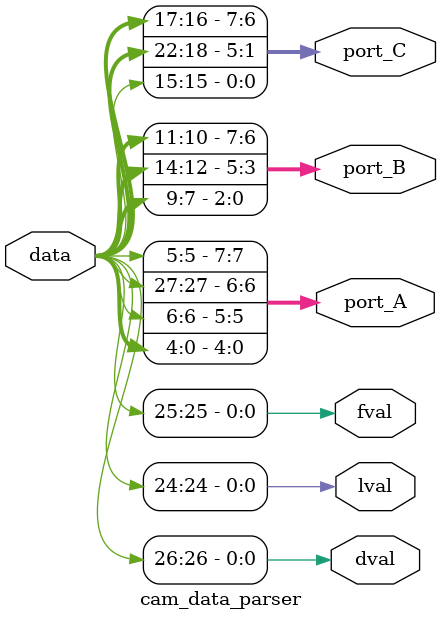
<source format=v>
module cam_in_axi4s #
(
    parameter DATA_WIDTH = 24,
    parameter KEEP_WIDTH = ((DATA_WIDTH+7)/8),
    parameter USER_WIDTH = 1
)
(
    /*
     * CameraLink input
     */
    input wire                    cam_clk,
    input wire [27:0]             cam_data_in,
    
    
    /*
     * AXI output
     */
    input  wire                   aclk,
    //input  wire                   aclken,
    input  wire                   aresetn,
    output wire [DATA_WIDTH-1:0]  m_axis_tdata,
    output wire [KEEP_WIDTH-1:0]  m_axis_tkeep,
    output wire                   m_axis_tvalid,
    input  wire                   m_axis_tready,
    output wire                   m_axis_tlast,
    output wire [USER_WIDTH-1:0]  m_axis_tuser,
    
    /*
     * Diagnostics
     */
     output wire                  overflow,
     output wire                  underflow
);
   
    // Reset variables
    wire        rst = ~aresetn;
    reg         rst_busy = 0;
    reg         axis_wait_newframe = 0;
    

  
    // ================================================
    // Input parsing
    // ================================================   
    wire        parsed_dval;
    wire        parsed_lval;   
    wire        parsed_fval; 
    wire [7:0]  parsed_port_A;
    wire [7:0]  parsed_port_B;
    wire [7:0]  parsed_port_C;
    
    // Parser instantiation
    cam_data_parser cam_data_parser_inst(
        .data(cam_data_in),
        .dval(parsed_dval),
        .lval(parsed_lval),
        .fval(parsed_fval),
        .port_A(parsed_port_A),
        .port_B(parsed_port_B),
        .port_C(parsed_port_C)
    );
   
    // ================================================
    // Timing signal extraction
    // ================================================  
    reg         ibuf_dval;
    reg         ibuf_lval;
    reg         ibuf_fval;
    reg  [7:0]  ibuf_port_A;
    reg  [7:0]  ibuf_port_B;
    reg  [7:0]  ibuf_port_C;
    
    reg         iibuf_dval;
    reg         iibuf_lval;
    reg         iibuf_fval;
    reg  [7:0]  iibuf_port_A;
    reg  [7:0]  iibuf_port_B;
    reg  [7:0]  iibuf_port_C;
    
    reg         SoL;
    wire        EoL;
    wire        SoF;  // ***** REDUNDANT VARIABLE *****
    reg         frame_ready = 0;
    
    
    // EoL detection
    assign EoL = iibuf_dval & ~ibuf_dval;
    
    always @ (posedge cam_clk) begin
        // SoL detection
        SoL <= ~iibuf_lval & ibuf_lval;
        // Frame ready detection (FVAL posedge,  SR latched)
        frame_ready <= (~iibuf_fval & ibuf_fval) + (~SoL & frame_ready);
    end
    
    // ***** REDUNDANT VARIABLE *****
    // SoF detection (frame_ready and DVAL posedge)
    assign SoF = frame_ready & SoL;
    
    always @ (posedge cam_clk) begin
        ibuf_dval <= parsed_dval;
        ibuf_lval <= parsed_lval;
        ibuf_fval <= parsed_fval;
        ibuf_port_A <= parsed_port_A;
        ibuf_port_B <= parsed_port_B;
        ibuf_port_C <= parsed_port_C;
        
        iibuf_dval <= ibuf_dval;
        iibuf_lval <= ibuf_lval;
        iibuf_fval <= ibuf_fval;
        iibuf_port_A <= ibuf_port_A;
        iibuf_port_B <= ibuf_port_B;
        iibuf_port_C <= ibuf_port_C;
    end
    
  
  
   
    // ================================================
    // FIFO Connections
    // ================================================
    
    // Write-side
    wire [35:0]     fifo_in;
    wire            fifo_wren;
    wire            fifo_wrrstbusy;
    wire            fifo_full;
    
    assign fifo_in[7:0]   = iibuf_port_A;
    assign fifo_in[15:8]  = iibuf_port_B;
    assign fifo_in[23:16] = iibuf_port_C;
    assign fifo_in[24]    = iibuf_dval;
    assign fifo_in[25]    = EoL;
    assign fifo_in[26]    = frame_ready;
    assign fifo_in[35:27] = 8'b0;
    
    assign fifo_wren = ~rst_busy & ~fifo_full; 
    assign overflow = fifo_full;
    
    // Read-side
    wire [35:0]     fifo_out;
    wire            fifo_rden;
    wire            fifo_rdrstbusy;
    wire            fifo_empty;
    
    assign fifo_rden = ~rst_busy & ~fifo_empty & m_axis_tready;
    assign underflow = fifo_empty;
    
    // FIFO instantiation
    FIFO36E2 #(
       .CLOCK_DOMAINS("INDEPENDENT"),     // COMMON, INDEPENDENT
       .FIRST_WORD_FALL_THROUGH("FALSE"), // FALSE, TRUE
       .RDCOUNT_TYPE("RAW_PNTR"),         // EXTENDED_DATACOUNT, RAW_PNTR, SIMPLE_DATACOUNT, SYNC_PNTR
       .READ_WIDTH(72),                    // 18-9
       .REGISTER_MODE("UNREGISTERED"),    // DO_PIPELINED, REGISTERED, UNREGISTERED
       .RSTREG_PRIORITY("RSTREG"),        // REGCE, RSTREG
       .WRCOUNT_TYPE("RAW_PNTR"),         // EXTENDED_DATACOUNT, RAW_PNTR, SIMPLE_DATACOUNT, SYNC_PNTR
       .WRITE_WIDTH(72)                  // 18-9
    )
    FIFO36E2_inst (
       .RST(rst),                     // 1-bit input: Reset
        // Status outputs: Flags and other FIFO status outputs
       .EMPTY(fifo_empty),            // 1-bit output: Empty
       .FULL(fifo_full),              // 1-bit output: Full
       .RDCOUNT(RDCOUNT),             // 14-bit output: Read count
       .WRCOUNT(WRCOUNT),             // 14-bit output: Write count
       .RDRSTBUSY(fifo_rdrstbusy),         // 1-bit output: Reset busy (sync to RDCLK)
       .WRRSTBUSY(fifo_wrrstbusy),         // 1-bit output: Reset busy (sync to WRCLK)
       .WRERR(WRERR),                 // 1-bit output: Write Error
        
       // Read Control Signals inputs: Read clock, enable and reset input signals
       .RDCLK(aclk),                  // 1-bit input: Read clock
       .RDEN(fifo_rden),              // 1-bit input: Read enable
       // Read Data outputs: Read output data
       .DOUT(fifo_out),               // 64-bit output: FIFO data output bus
       
       // Write Control Signals inputs: Write clock and enable input signals
       .WRCLK(cam_clk),               // 1-axis_clkbit input: Write clock
       .WREN(fifo_wren),              // 1-bit input: Write enable
       // Write Data inputs: Write input data
       .DIN(fifo_in)                  // 64-bit input: FIFO data input bus
    );   
     
     

    
    // ================================================
    // AXIS Preperation
    // ================================================
    
    reg [DATA_WIDTH-1:0]  obuf_tdata;
    reg                   obuf_tvalid;
    reg                   obuf_tlast;
    reg                   obuf_tuser;
    
    assign m_axis_tdata[23:0] = obuf_tdata[23:0];
    assign m_axis_tvalid      = obuf_tvalid;
    assign m_axis_tlast       = obuf_tlast;
    assign m_axis_tuser       = obuf_tuser;
    
    always @ (posedge aclk) begin
        obuf_tuser = fifo_out[26];
        obuf_tvalid = (axis_wait_newframe) ? 1'b0 : fifo_out[24];
        obuf_tlast  = (axis_wait_newframe) ? 1'b0 : fifo_out[25];
        if (fifo_out[24] == 0 || axis_wait_newframe) begin
            obuf_tdata[23:0] = 24'b0; 
        end
        else begin
            //AXIS pixel data arrangment is R-B-G
            obuf_tdata[23:16] = fifo_out[23:16];
            obuf_tdata[15:8] = fifo_out[7:0];
            obuf_tdata[7:0] = fifo_out[15:8];    
        end

    end
    
    
    // ================================================
    // Reset subprocess
    // ================================================
    always @ (posedge aclk) begin
        rst_busy <= rst | (~(~fifo_wrrstbusy & ~fifo_wrrstbusy) & rst_busy);
        axis_wait_newframe <= rst | (~(obuf_tuser) & axis_wait_newframe);
    end    
    
endmodule




module cam_data_parser
(
    input  wire [27:0]            data,
    
    output wire                   dval,
    output wire                   lval,
    output wire                   fval,
    output wire [7:0]             port_A,
    output wire [7:0]             port_B,
    output wire [7:0]             port_C
);

    assign dval = data[26];
    assign lval = data[24];
    assign fval = data[25];
    
    assign port_A[0] = data[0];
    assign port_A[1] = data[1];
    assign port_A[2] = data[2];
    assign port_A[3] = data[3];
    assign port_A[4] = data[4];
    assign port_A[5] = data[6];
    assign port_A[6] = data[27];
    assign port_A[7] = data[5];
    
    assign port_B[0] = data[7];
    assign port_B[1] = data[8];
    assign port_B[2] = data[9];
    assign port_B[3] = data[12];
    assign port_B[4] = data[13];
    assign port_B[5] = data[14];
    assign port_B[6] = data[10];
    assign port_B[7] = data[11];
    
    assign port_C[0] = data[15];
    assign port_C[1] = data[18];
    assign port_C[2] = data[19];
    assign port_C[3] = data[20];
    assign port_C[4] = data[21];
    assign port_C[5] = data[22];
    assign port_C[6] = data[16];
    assign port_C[7] = data[17];
    
endmodule

</source>
